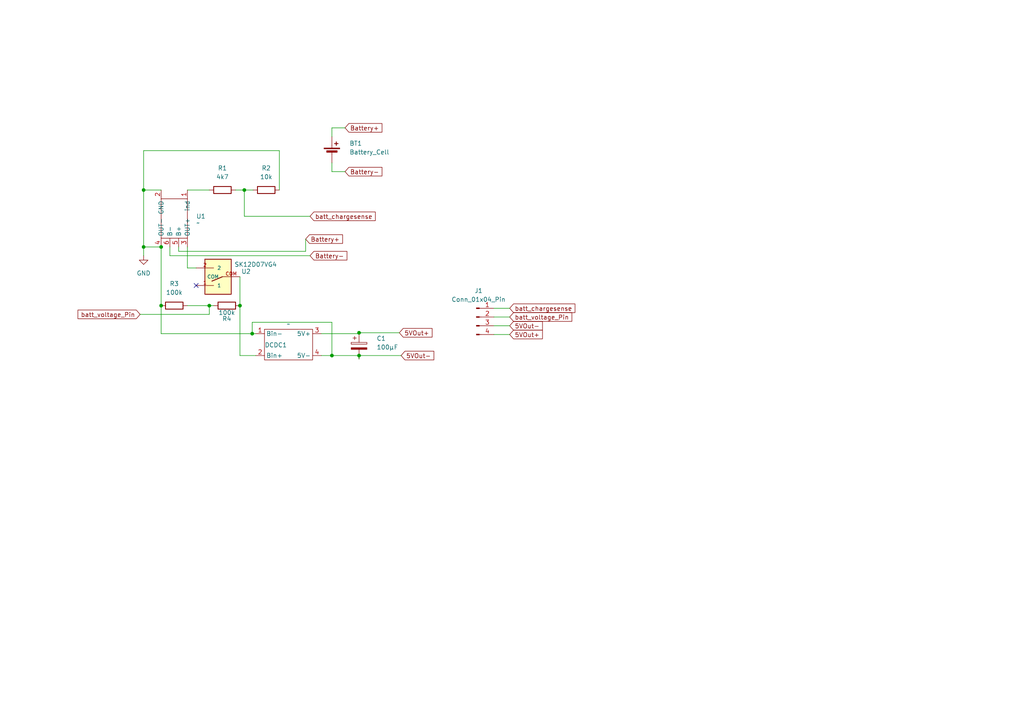
<source format=kicad_sch>
(kicad_sch (version 20231120) (generator "eeschema") (generator_version "8.0")
  (paper "A4")
  (title_block (title "Power Delivery Module"))
  (lib_symbols
    (symbol "Connector:Conn_01x04_Pin" (pin_names (offset 1.016) hide)
      (property "Reference" "J" (at 0 5.08 0))
      (property "Value" "Conn_01x04_Pin" (at 0 -7.62 0))
      (symbol "Conn_01x04_Pin_1_1"
        (polyline (pts (xy 1.27 -5.08) (xy 0.8636 -5.08)) (stroke (width 0.1524)))
        (polyline (pts (xy 1.27 -2.54) (xy 0.8636 -2.54)) (stroke (width 0.1524)))
        (polyline (pts (xy 1.27 0) (xy 0.8636 0)) (stroke (width 0.1524)))
        (polyline (pts (xy 1.27 2.54) (xy 0.8636 2.54)) (stroke (width 0.1524)))
        (rectangle (start 0.8636 -4.953) (end 0 -5.207) (stroke (width 0.1524)) (fill (type outline)))
        (rectangle (start 0.8636 -2.413) (end 0 -2.667) (stroke (width 0.1524)) (fill (type outline)))
        (rectangle (start 0.8636 0.127) (end 0 -0.127) (stroke (width 0.1524)) (fill (type outline)))
        (rectangle (start 0.8636 2.667) (end 0 2.413) (stroke (width 0.1524)) (fill (type outline)))
        (pin passive line (at 5.08 2.54 180) (length 3.81) (name "Pin_1") (number "1"))
        (pin passive line (at 5.08 0 180) (length 3.81) (name "Pin_2") (number "2"))
        (pin passive line (at 5.08 -2.54 180) (length 3.81) (name "Pin_3") (number "3"))
        (pin passive line (at 5.08 -5.08 180) (length 3.81) (name "Pin_4") (number "4"))
      )
    )
    (symbol "Device:Battery_Cell" (pin_numbers hide) (pin_names (offset 0) hide)
      (property "Reference" "BT" (at 2.54 2.54 0))
      (property "Value" "Battery_Cell" (at 2.54 0 0))
      (symbol "Battery_Cell_0_1"
        (rectangle (start -2.286 1.778) (end 2.286 1.524) (fill (type outline)))
        (rectangle (start -1.524 1.016) (end 1.524 0.508) (fill (type outline)))
        (polyline (pts (xy 0 0.762) (xy 0 0)))
        (polyline (pts (xy 0 1.778) (xy 0 2.54)))
        (polyline (pts (xy 0.762 3.048) (xy 1.778 3.048)) (stroke (width 0.254)))
        (polyline (pts (xy 1.27 3.556) (xy 1.27 2.54)) (stroke (width 0.254)))
      )
      (symbol "Battery_Cell_1_1"
        (pin passive line (at 0 5.08 270) (length 2.54) (name "+") (number "1"))
        (pin passive line (at 0 -2.54 90) (length 2.54) (name "-") (number "2"))
      )
    )
    (symbol "Device:C_Polarized" (pin_numbers hide) (pin_names (offset 0.254))
      (property "Reference" "C" (at 0.635 2.54 0))
      (property "Value" "C_Polarized" (at 0.635 -2.54 0))
      (symbol "C_Polarized_0_1"
        (rectangle (start -2.286 0.508) (end 2.286 1.016))
        (polyline (pts (xy -1.778 2.286) (xy -0.762 2.286)))
        (polyline (pts (xy -1.27 2.794) (xy -1.27 1.778)))
        (rectangle (start 2.286 -0.508) (end -2.286 -1.016) (fill (type outline)))
      )
      (symbol "C_Polarized_1_1"
        (pin passive line (at 0 3.81 270) (length 2.794) (name "~") (number "1"))
        (pin passive line (at 0 -3.81 90) (length 2.794) (name "~") (number "2"))
      )
    )
    (symbol "SK12D07VG4:SK12D07VG4" (pin_names (offset 1.016))
      (property "Reference" "U" (at 0 0 0))
      (property "Value" "SK12D07VG4" (at 0 0 0))
      (symbol "SK12D07VG4_0_0"
        (rectangle (start -5.08 -2.54) (end 5.08 5.08) (stroke (width 0.254)) (fill (type background)))
        (polyline (pts (xy 0 0) (xy -1.27 3.048)) (stroke (width 0.254)))
        (pin bidirectional line (at -2.54 7.62 270) (length 5.08) (name "1") (number "1"))
        (pin bidirectional line (at 2.54 7.62 270) (length 5.08) (name "2") (number "2"))
        (pin bidirectional line (at 0 -5.08 90) (length 5.08) (name "COM") (number "COM"))
      )
    )
    (symbol "ScottoKeebs:Placeholder_Resistor" (pin_numbers hide) (pin_names (offset 0))
      (property "Reference" "R" (at 0 2.032 0))
      (property "Value" "Resistor" (at 0 -2.54 0))
      (symbol "Placeholder_Resistor_0_1"
        (rectangle (start 2.54 -1.016) (end -2.54 1.016) (stroke (width 0.254)))
      )
      (symbol "Placeholder_Resistor_1_1"
        (pin passive line (at -3.81 0 0) (length 1.27) (name "~") (number "1"))
        (pin passive line (at 3.81 0 180) (length 1.27) (name "~") (number "2"))
      )
    )
    (symbol "power:GND" (power) (pin_numbers hide) (pin_names (offset 0) hide)
      (property "Value" "GND" (at 0 -3.81 0))
      (symbol "GND_0_1"
        (polyline (pts (xy 0 0) (xy 0 -1.27) (xy 1.27 -1.27) (xy 0 -2.54) (xy -1.27 -1.27) (xy 0 -1.27)))
      )
      (symbol "GND_1_1"
        (pin power_in line (at 0 0 270) (length 0) (name "~") (number "1"))
      )
    )
    (symbol "tigmitSymbolLib:DCDC-Converter"
      (property "Reference" "DCDC" (at 1.016 0 0))
      (symbol "DCDC-Converter_0_1"
        (rectangle (start -5.08 5.08) (end 8.89 -3.81))
      )
      (symbol "DCDC-Converter_1_1"
        (pin input line (at -7.62 3.81 0) (length 2.54) (name "Bin-") (number "1"))
        (pin input line (at -7.62 -2.54 0) (length 2.54) (name "Bin+") (number "2"))
        (pin input line (at 11.43 3.81 180) (length 2.54) (name "5V+") (number "3"))
        (pin input line (at 11.43 -2.54 180) (length 2.54) (name "5V-") (number "4"))
      )
    )
    (symbol "tigmitSymbolLib:tp_lipo_chargin_module"
      (property "Reference" "U" (at 0 0 0))
      (symbol "tp_lipo_chargin_module_0_1"
        (rectangle (start -3.81 5.08) (end 3.81 -6.35))
      )
      (symbol "tp_lipo_chargin_module_1_1"
        (pin output line (at 3.81 7.62 270) (length 2.54) (name "ind") (number "1"))
        (pin output line (at -3.81 7.62 270) (length 2.54) (name "GND") (number "2"))
        (pin output line (at 3.81 -8.89 90) (length 2.54) (name "OUT+") (number "3"))
        (pin output line (at -3.81 -8.89 90) (length 2.54) (name "OUT-") (number "4"))
        (pin output line (at 1.27 -8.89 90) (length 2.54) (name "B+") (number "5"))
        (pin output line (at -1.27 -8.89 90) (length 2.54) (name "B-") (number "6"))
      )
    )
  )
  (junction (at 104.14 96.52))
  (junction (at 104.14 103.124))
  (junction (at 46.736 88.646))
  (junction (at 69.596 88.646))
  (junction (at 73.152 96.774))
  (junction (at 46.736 71.628))
  (junction (at 60.706 88.646))
  (junction (at 41.656 71.628))
  (junction (at 41.656 55.118))
  (junction (at 70.866 55.118))
  (junction (at 96.266 103.124))
  (no_connect (at 56.896 82.804))
  (wire (pts (xy 41.656 74.168) (xy 41.656 71.628)))
  (wire (pts (xy 41.656 71.628) (xy 46.736 71.628)))
  (wire (pts (xy 70.866 55.118) (xy 68.326 55.118)))
  (wire (pts (xy 93.218 96.774) (xy 104.14 96.774)))
  (wire (pts (xy 73.152 93.472) (xy 96.266 93.472)))
  (wire (pts (xy 49.276 71.628) (xy 49.276 74.168)))
  (wire (pts (xy 46.736 96.774) (xy 46.736 88.646)))
  (wire (pts (xy 69.596 103.124) (xy 69.596 88.646)))
  (wire (pts (xy 54.356 77.724) (xy 56.896 77.724)))
  (wire (pts (xy 104.14 103.124) (xy 104.14 104.14)))
  (wire (pts (xy 81.026 55.118) (xy 81.026 43.688)))
  (wire (pts (xy 96.266 37.084) (xy 96.266 39.624)))
  (wire (pts (xy 49.276 74.168) (xy 89.916 74.168)))
  (wire (pts (xy 89.916 62.738) (xy 70.866 62.738)))
  (wire (pts (xy 46.736 71.628) (xy 46.736 88.646)))
  (wire (pts (xy 104.14 96.774) (xy 104.14 96.52)))
  (wire (pts (xy 54.356 71.628) (xy 54.356 77.724)))
  (wire (pts (xy 74.168 96.774) (xy 73.152 96.774)))
  (wire (pts (xy 104.14 103.124) (xy 116.332 103.124)))
  (wire (pts (xy 51.816 72.898) (xy 88.646 72.898)))
  (wire (pts (xy 41.656 71.628) (xy 41.656 55.118)))
  (wire (pts (xy 41.656 43.688) (xy 41.656 55.118)))
  (wire (pts (xy 143.256 91.948) (xy 147.828 91.948)))
  (wire (pts (xy 96.266 103.124) (xy 104.14 103.124)))
  (wire (pts (xy 73.406 55.118) (xy 70.866 55.118)))
  (wire (pts (xy 51.816 71.628) (xy 51.816 72.898)))
  (wire (pts (xy 73.152 96.774) (xy 46.736 96.774)))
  (wire (pts (xy 100.076 49.784) (xy 96.266 49.784)))
  (wire (pts (xy 69.596 80.264) (xy 69.596 88.646)))
  (wire (pts (xy 93.218 103.124) (xy 96.266 103.124)))
  (wire (pts (xy 100.076 37.084) (xy 96.266 37.084)))
  (wire (pts (xy 96.266 49.784) (xy 96.266 47.244)))
  (wire (pts (xy 73.152 96.774) (xy 73.152 93.472)))
  (wire (pts (xy 81.026 43.688) (xy 41.656 43.688)))
  (wire (pts (xy 115.824 96.52) (xy 104.14 96.52)))
  (wire (pts (xy 40.64 91.186) (xy 60.706 91.186)))
  (wire (pts (xy 41.656 55.118) (xy 46.736 55.118)))
  (wire (pts (xy 61.976 88.646) (xy 60.706 88.646)))
  (wire (pts (xy 96.266 93.472) (xy 96.266 103.124)))
  (wire (pts (xy 70.866 62.738) (xy 70.866 55.118)))
  (wire (pts (xy 143.256 97.028) (xy 147.828 97.028)))
  (wire (pts (xy 60.706 91.186) (xy 60.706 88.646)))
  (wire (pts (xy 143.256 94.488) (xy 147.828 94.488)))
  (wire (pts (xy 60.706 55.118) (xy 54.356 55.118)))
  (wire (pts (xy 88.646 72.898) (xy 88.646 69.342)))
  (wire (pts (xy 74.168 103.124) (xy 69.596 103.124)))
  (wire (pts (xy 60.706 88.646) (xy 54.356 88.646)))
  (wire (pts (xy 143.256 89.408) (xy 147.828 89.408)))
  (global_label "batt_voltage_Pin" (shape input) (at 147.828 91.948 0) (property "Intersheetrefs" "${INTERSHEET_REFS}" (effects (hide yes))))
  (global_label "Battery+" (shape input) (at 88.646 69.342 0) (property "Intersheetrefs" "${INTERSHEET_REFS}" (effects (hide yes))))
  (global_label "batt_voltage_Pin" (shape input) (at 40.64 91.186 180) (property "Intersheetrefs" "${INTERSHEET_REFS}" (effects (hide yes))))
  (global_label "5VOut-" (shape input) (at 147.828 94.488 0) (property "Intersheetrefs" "${INTERSHEET_REFS}" (effects (hide yes))))
  (global_label "Battery-" (shape input) (at 100.076 49.784 0) (property "Intersheetrefs" "${INTERSHEET_REFS}" (effects (hide yes))))
  (global_label "Battery+" (shape input) (at 100.076 37.084 0) (property "Intersheetrefs" "${INTERSHEET_REFS}" (effects (hide yes))))
  (global_label "5VOut+" (shape input) (at 147.828 97.028 0) (property "Intersheetrefs" "${INTERSHEET_REFS}" (effects (hide yes))))
  (global_label "batt_chargesense" (shape input) (at 89.916 62.738 0) (property "Intersheetrefs" "${INTERSHEET_REFS}" (effects (hide yes))))
  (global_label "batt_chargesense" (shape input) (at 147.828 89.408 0) (property "Intersheetrefs" "${INTERSHEET_REFS}" (effects (hide yes))))
  (global_label "5VOut-" (shape input) (at 116.332 103.124 0) (property "Intersheetrefs" "${INTERSHEET_REFS}" (effects (hide yes))))
  (global_label "Battery-" (shape input) (at 89.916 74.168 0) (property "Intersheetrefs" "${INTERSHEET_REFS}" (effects (hide yes))))
  (global_label "5VOut+" (shape input) (at 115.824 96.52 0) (property "Intersheetrefs" "${INTERSHEET_REFS}" (effects (hide yes))))
  (symbol (lib_id "Device:Battery_Cell") (at 96.266 44.704 0) (unit 1)
    (property "Reference" "BT1" (at 101.346 41.5924 0) (effects (justify left)))
    (property "Value" "Battery_Cell" (at 101.346 44.1324 0) (effects (justify left)))
    (property "Footprint" "tigmitLib:battery solder pins" (effects (hide yes)))
    (property "Description" "Single-cell battery" (effects (hide yes)))
  )
  (symbol (lib_id "ScottoKeebs:Placeholder_Resistor") (at 77.216 55.118 180) (unit 1)
    (property "Reference" "R2" (at 77.216 48.768 0))
    (property "Value" "10k" (at 77.216 51.308 0))
    (property "Footprint" "Resistor_THT:R_Axial_DIN0204_L3.6mm_D1.6mm_P7.62mm_Horizontal" (effects (hide yes)))
    (property "Description" "Resistor" (effects (hide yes)))
  )
  (symbol (lib_id "tigmitSymbolLib:DCDC-Converter") (at 81.788 100.584 0) (unit 1)
    (property "Reference" "DCDC1" (at 80.01 100.076 0))
    (property "Value" "~" (at 83.693 93.98 0))
    (property "Footprint" "tigmitLib:DCDC-Converter" (effects (hide yes)))
  )
  (symbol (lib_id "SK12D07VG4:SK12D07VG4") (at 64.516 80.264 90) (unit 1)
    (property "Reference" "U2" (at 71.374 78.74 90))
    (property "Value" "SK12D07VG4" (at 74.168 76.708 90))
    (property "Footprint" "SK12D07VG4:SK12D07VG4" (effects (hide yes)))
    (property "MF" "C&K" (effects (hide yes)))
    (property "Description_1" "\nSwitch Slide ON ON SPDT Side Slide 0.3A 30VDC PC Pins Bracket Mount/Through Hole Bulk\n" (effects (hide yes)))
    (property "Package" "None" (effects (hide yes)))
    (property "Price" "None" (effects (hide yes)))
    (property "SnapEDA_Link" "https://www.snapeda.com/parts/SK12D07VG4/C%2526K/view-part/?ref=snap" (effects (hide yes)))
    (property "MP" "SK12D07VG4" (effects (hide yes)))
    (property "Availability" "Not in stock" (effects (hide yes)))
    (property "Check_prices" "https://www.snapeda.com/parts/SK12D07VG4/C%2526K/view-part/?ref=eda" (effects (hide yes)))
  )
  (symbol (lib_id "power:GND") (at 41.656 74.168 0) (unit 1)
    (property "Reference" "#PWR01" (effects (hide yes)))
    (property "Value" "GND" (at 41.656 79.248 0))
    (property "Description" "Power symbol creates a global label with name \"GND\" , ground" (effects (hide yes)))
  )
  (symbol (lib_id "tigmitSymbolLib:tp_lipo_chargin_module") (at 50.546 62.738 0) (unit 1)
    (property "Reference" "U1" (at 56.896 62.7379 0) (effects (justify left)))
    (property "Value" "~" (at 56.896 64.643 0) (effects (justify left)))
    (property "Footprint" "tp4056:TP4056-18650" (effects (hide yes)))
  )
  (symbol (lib_id "Device:C_Polarized") (at 104.14 100.33 0) (unit 1)
    (property "Reference" "C1" (at 109.22 98.1709 0) (effects (justify left)))
    (property "Value" "100µF" (at 109.22 100.7109 0) (effects (justify left)))
    (property "Footprint" "Capacitor_SMD:CP_Elec_6.3x5.2" (effects (hide yes)))
    (property "Description" "Polarized capacitor" (effects (hide yes)))
  )
  (symbol (lib_id "ScottoKeebs:Placeholder_Resistor") (at 50.546 88.646 0) (unit 1)
    (property "Reference" "R3" (at 50.546 82.296 0))
    (property "Value" "100k" (at 50.546 84.836 0))
    (property "Footprint" "Resistor_THT:R_Axial_DIN0204_L3.6mm_D1.6mm_P7.62mm_Horizontal" (effects (hide yes)))
    (property "Description" "Resistor" (effects (hide yes)))
  )
  (symbol (lib_id "ScottoKeebs:Placeholder_Resistor") (at 64.516 55.118 0) (unit 1)
    (property "Reference" "R1" (at 64.516 48.768 0))
    (property "Value" "4k7" (at 64.516 51.308 0))
    (property "Footprint" "Resistor_THT:R_Axial_DIN0204_L3.6mm_D1.6mm_P7.62mm_Horizontal" (effects (hide yes)))
    (property "Description" "Resistor" (effects (hide yes)))
  )
  (symbol (lib_id "Connector:Conn_01x04_Pin") (at 138.176 91.948 0) (unit 1)
    (property "Reference" "J1" (at 138.811 84.328 0))
    (property "Value" "Conn_01x04_Pin" (at 138.811 86.868 0))
    (property "Footprint" "Connector_PinHeader_2.54mm:PinHeader_1x04_P2.54mm_Vertical" (effects (hide yes)))
    (property "Description" "Generic connector, single row, 01x04, script generated" (effects (hide yes)))
  )
  (symbol (lib_id "ScottoKeebs:Placeholder_Resistor") (at 65.786 88.646 0) (unit 1)
    (property "Reference" "R4" (at 65.786 92.456 0))
    (property "Value" "100k" (at 65.786 90.678 0))
    (property "Footprint" "Resistor_THT:R_Axial_DIN0204_L3.6mm_D1.6mm_P7.62mm_Horizontal" (effects (hide yes)))
    (property "Description" "Resistor" (effects (hide yes)))
  )
)
</source>
